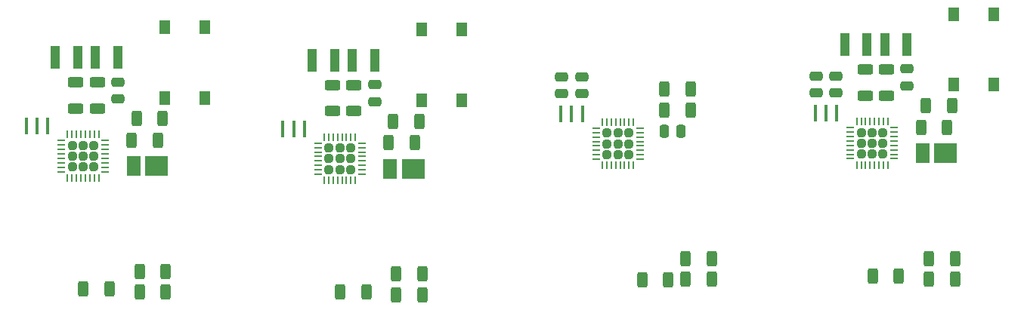
<source format=gbr>
%TF.GenerationSoftware,KiCad,Pcbnew,(6.0.5)*%
%TF.CreationDate,2023-04-25T20:10:58+03:00*%
%TF.ProjectId,AT90USB162,41543930-5553-4423-9136-322e6b696361,rev?*%
%TF.SameCoordinates,Original*%
%TF.FileFunction,Paste,Top*%
%TF.FilePolarity,Positive*%
%FSLAX46Y46*%
G04 Gerber Fmt 4.6, Leading zero omitted, Abs format (unit mm)*
G04 Created by KiCad (PCBNEW (6.0.5)) date 2023-04-25 20:10:58*
%MOMM*%
%LPD*%
G01*
G04 APERTURE LIST*
G04 Aperture macros list*
%AMRoundRect*
0 Rectangle with rounded corners*
0 $1 Rounding radius*
0 $2 $3 $4 $5 $6 $7 $8 $9 X,Y pos of 4 corners*
0 Add a 4 corners polygon primitive as box body*
4,1,4,$2,$3,$4,$5,$6,$7,$8,$9,$2,$3,0*
0 Add four circle primitives for the rounded corners*
1,1,$1+$1,$2,$3*
1,1,$1+$1,$4,$5*
1,1,$1+$1,$6,$7*
1,1,$1+$1,$8,$9*
0 Add four rect primitives between the rounded corners*
20,1,$1+$1,$2,$3,$4,$5,0*
20,1,$1+$1,$4,$5,$6,$7,0*
20,1,$1+$1,$6,$7,$8,$9,0*
20,1,$1+$1,$8,$9,$2,$3,0*%
G04 Aperture macros list end*
%ADD10RoundRect,0.250000X-0.625000X0.312500X-0.625000X-0.312500X0.625000X-0.312500X0.625000X0.312500X0*%
%ADD11R,1.300000X1.550000*%
%ADD12RoundRect,0.250000X-0.312500X-0.625000X0.312500X-0.625000X0.312500X0.625000X-0.312500X0.625000X0*%
%ADD13RoundRect,0.242500X-0.242500X-0.242500X0.242500X-0.242500X0.242500X0.242500X-0.242500X0.242500X0*%
%ADD14RoundRect,0.062500X-0.337500X-0.062500X0.337500X-0.062500X0.337500X0.062500X-0.337500X0.062500X0*%
%ADD15RoundRect,0.062500X-0.062500X-0.337500X0.062500X-0.337500X0.062500X0.337500X-0.062500X0.337500X0*%
%ADD16RoundRect,0.250000X0.475000X-0.250000X0.475000X0.250000X-0.475000X0.250000X-0.475000X-0.250000X0*%
%ADD17R,1.100000X2.500000*%
%ADD18RoundRect,0.250000X0.312500X0.625000X-0.312500X0.625000X-0.312500X-0.625000X0.312500X-0.625000X0*%
%ADD19RoundRect,0.250000X-0.475000X0.250000X-0.475000X-0.250000X0.475000X-0.250000X0.475000X0.250000X0*%
%ADD20RoundRect,0.250000X0.250000X0.475000X-0.250000X0.475000X-0.250000X-0.475000X0.250000X-0.475000X0*%
%ADD21R,0.400000X1.900000*%
%ADD22R,2.500000X2.200000*%
%ADD23R,1.550000X2.200000*%
G04 APERTURE END LIST*
D10*
%TO.C,22R*%
X157500000Y-82718750D03*
X157500000Y-85643750D03*
%TD*%
D11*
%TO.C,RESET*%
X167450000Y-76500000D03*
X167450000Y-84450000D03*
X171950000Y-76500000D03*
X171950000Y-84450000D03*
%TD*%
D12*
%TO.C,100nF*%
X132531500Y-106312000D03*
X135456500Y-106312000D03*
%TD*%
D13*
%TO.C,AT90USB162*%
X129794000Y-91062000D03*
X128594000Y-89862000D03*
X129794000Y-92262000D03*
X130994000Y-92262000D03*
X130994000Y-89862000D03*
X128594000Y-92262000D03*
X130994000Y-91062000D03*
X129794000Y-89862000D03*
X128594000Y-91062000D03*
D14*
X127344000Y-89312000D03*
X127344000Y-89812000D03*
X127344000Y-90312000D03*
X127344000Y-90812000D03*
X127344000Y-91312000D03*
X127344000Y-91812000D03*
X127344000Y-92312000D03*
X127344000Y-92812000D03*
D15*
X128044000Y-93512000D03*
X128544000Y-93512000D03*
X129044000Y-93512000D03*
X129544000Y-93512000D03*
X130044000Y-93512000D03*
X130544000Y-93512000D03*
X131044000Y-93512000D03*
X131544000Y-93512000D03*
D14*
X132244000Y-92812000D03*
X132244000Y-92312000D03*
X132244000Y-91812000D03*
X132244000Y-91312000D03*
X132244000Y-90812000D03*
X132244000Y-90312000D03*
X132244000Y-89812000D03*
X132244000Y-89312000D03*
D15*
X131544000Y-88612000D03*
X131044000Y-88612000D03*
X130544000Y-88612000D03*
X130044000Y-88612000D03*
X129544000Y-88612000D03*
X129044000Y-88612000D03*
X128544000Y-88612000D03*
X128044000Y-88612000D03*
%TD*%
D11*
%TO.C,RESET*%
X79030000Y-85900000D03*
X79030000Y-77950000D03*
X83530000Y-85900000D03*
X83530000Y-77950000D03*
%TD*%
D16*
%TO.C,22pF*%
X152000000Y-85375000D03*
X152000000Y-83475000D03*
%TD*%
D17*
%TO.C,USB_0*%
X155200000Y-79956250D03*
X157700000Y-79956250D03*
X159700000Y-79956250D03*
X162200000Y-79956250D03*
%TD*%
D18*
%TO.C,1K*%
X166687500Y-89225000D03*
X163762500Y-89225000D03*
%TD*%
D19*
%TO.C,1uF*%
X102541500Y-84424500D03*
X102541500Y-86324500D03*
%TD*%
D16*
%TO.C,22pF*%
X125744000Y-85437000D03*
X125744000Y-83537000D03*
%TD*%
D20*
%TO.C,1uF*%
X136869000Y-89637000D03*
X134969000Y-89637000D03*
%TD*%
D21*
%TO.C,16MHz*%
X92266500Y-89399500D03*
X93466500Y-89399500D03*
X94666500Y-89399500D03*
%TD*%
D17*
%TO.C,USB_0*%
X66780000Y-81406250D03*
X69280000Y-81406250D03*
X71280000Y-81406250D03*
X73780000Y-81406250D03*
%TD*%
D21*
%TO.C,16MHz*%
X123419000Y-87712000D03*
X124619000Y-87712000D03*
X125819000Y-87712000D03*
%TD*%
D22*
%TO.C,REF\u002A\u002A*%
X166525000Y-92125000D03*
D23*
X163950000Y-92125000D03*
%TD*%
D12*
%TO.C,100nF*%
X137406500Y-106262000D03*
X140331500Y-106262000D03*
%TD*%
D18*
%TO.C,10K*%
X78792500Y-88225000D03*
X75867500Y-88225000D03*
%TD*%
D10*
%TO.C,22R*%
X100216500Y-84468250D03*
X100216500Y-87393250D03*
%TD*%
D18*
%TO.C,10K*%
X167212500Y-86775000D03*
X164287500Y-86775000D03*
%TD*%
D11*
%TO.C,RESET*%
X107791500Y-78249500D03*
X107791500Y-86199500D03*
X112291500Y-86199500D03*
X112291500Y-78249500D03*
%TD*%
D10*
%TO.C,22R*%
X69080000Y-84168750D03*
X69080000Y-87093750D03*
%TD*%
D18*
%TO.C,22R*%
X137919000Y-87262000D03*
X134994000Y-87262000D03*
%TD*%
D10*
%TO.C,22R*%
X97841500Y-84468250D03*
X97841500Y-87393250D03*
%TD*%
D18*
%TO.C,1K*%
X78267500Y-90675000D03*
X75342500Y-90675000D03*
%TD*%
D12*
%TO.C,10uF*%
X104979000Y-105699500D03*
X107904000Y-105699500D03*
%TD*%
%TO.C,100nF*%
X158337500Y-105925000D03*
X161262500Y-105925000D03*
%TD*%
D10*
%TO.C,22R*%
X159875000Y-82718750D03*
X159875000Y-85643750D03*
%TD*%
D22*
%TO.C,REF\u002A\u002A*%
X78105000Y-93575000D03*
D23*
X75530000Y-93575000D03*
%TD*%
D13*
%TO.C,AT90USB162*%
X157100000Y-92200000D03*
X158300000Y-89800000D03*
X159500000Y-92200000D03*
X158300000Y-92200000D03*
X158300000Y-91000000D03*
X157100000Y-91000000D03*
X157100000Y-89800000D03*
X159500000Y-91000000D03*
X159500000Y-89800000D03*
D14*
X155850000Y-89250000D03*
X155850000Y-89750000D03*
X155850000Y-90250000D03*
X155850000Y-90750000D03*
X155850000Y-91250000D03*
X155850000Y-91750000D03*
X155850000Y-92250000D03*
X155850000Y-92750000D03*
D15*
X156550000Y-93450000D03*
X157050000Y-93450000D03*
X157550000Y-93450000D03*
X158050000Y-93450000D03*
X158550000Y-93450000D03*
X159050000Y-93450000D03*
X159550000Y-93450000D03*
X160050000Y-93450000D03*
D14*
X160750000Y-92750000D03*
X160750000Y-92250000D03*
X160750000Y-91750000D03*
X160750000Y-91250000D03*
X160750000Y-90750000D03*
X160750000Y-90250000D03*
X160750000Y-89750000D03*
X160750000Y-89250000D03*
D15*
X160050000Y-88550000D03*
X159550000Y-88550000D03*
X159050000Y-88550000D03*
X158550000Y-88550000D03*
X158050000Y-88550000D03*
X157550000Y-88550000D03*
X157050000Y-88550000D03*
X156550000Y-88550000D03*
%TD*%
D12*
%TO.C,100nF*%
X164637500Y-106275000D03*
X167562500Y-106275000D03*
%TD*%
D16*
%TO.C,22pF*%
X154250000Y-85375000D03*
X154250000Y-83475000D03*
%TD*%
D12*
%TO.C,100nF*%
X76217500Y-107725000D03*
X79142500Y-107725000D03*
%TD*%
%TO.C,10uF*%
X76217500Y-105400000D03*
X79142500Y-105400000D03*
%TD*%
D18*
%TO.C,22R*%
X137919000Y-84887000D03*
X134994000Y-84887000D03*
%TD*%
D16*
%TO.C,22pF*%
X123494000Y-85437000D03*
X123494000Y-83537000D03*
%TD*%
D12*
%TO.C,100nF*%
X69917500Y-107375000D03*
X72842500Y-107375000D03*
%TD*%
%TO.C,10uF*%
X164637500Y-103950000D03*
X167562500Y-103950000D03*
%TD*%
%TO.C,100nF*%
X98679000Y-107674500D03*
X101604000Y-107674500D03*
%TD*%
D18*
%TO.C,10K*%
X107554000Y-88524500D03*
X104629000Y-88524500D03*
%TD*%
D21*
%TO.C,16MHz*%
X151925000Y-87650000D03*
X153125000Y-87650000D03*
X154325000Y-87650000D03*
%TD*%
D18*
%TO.C,1K*%
X107029000Y-90974500D03*
X104104000Y-90974500D03*
%TD*%
D12*
%TO.C,100nF*%
X104979000Y-108024500D03*
X107904000Y-108024500D03*
%TD*%
D21*
%TO.C,16MHz*%
X63505000Y-89100000D03*
X64705000Y-89100000D03*
X65905000Y-89100000D03*
%TD*%
D10*
%TO.C,22R*%
X71455000Y-84168750D03*
X71455000Y-87093750D03*
%TD*%
D17*
%TO.C,USB_0*%
X95541500Y-81705750D03*
X98041500Y-81705750D03*
X100041500Y-81705750D03*
X102541500Y-81705750D03*
%TD*%
D12*
%TO.C,10uF*%
X137406500Y-103937000D03*
X140331500Y-103937000D03*
%TD*%
D19*
%TO.C,1uF*%
X162200000Y-82675000D03*
X162200000Y-84575000D03*
%TD*%
D22*
%TO.C,REF\u002A\u002A*%
X106866500Y-93874500D03*
D23*
X104291500Y-93874500D03*
%TD*%
D13*
%TO.C,AT90USB162*%
X99841500Y-92749500D03*
X99841500Y-93949500D03*
X97441500Y-92749500D03*
X99841500Y-91549500D03*
X98641500Y-92749500D03*
X97441500Y-91549500D03*
X97441500Y-93949500D03*
X98641500Y-93949500D03*
X98641500Y-91549500D03*
D14*
X96191500Y-90999500D03*
X96191500Y-91499500D03*
X96191500Y-91999500D03*
X96191500Y-92499500D03*
X96191500Y-92999500D03*
X96191500Y-93499500D03*
X96191500Y-93999500D03*
X96191500Y-94499500D03*
D15*
X96891500Y-95199500D03*
X97391500Y-95199500D03*
X97891500Y-95199500D03*
X98391500Y-95199500D03*
X98891500Y-95199500D03*
X99391500Y-95199500D03*
X99891500Y-95199500D03*
X100391500Y-95199500D03*
D14*
X101091500Y-94499500D03*
X101091500Y-93999500D03*
X101091500Y-93499500D03*
X101091500Y-92999500D03*
X101091500Y-92499500D03*
X101091500Y-91999500D03*
X101091500Y-91499500D03*
X101091500Y-90999500D03*
D15*
X100391500Y-90299500D03*
X99891500Y-90299500D03*
X99391500Y-90299500D03*
X98891500Y-90299500D03*
X98391500Y-90299500D03*
X97891500Y-90299500D03*
X97391500Y-90299500D03*
X96891500Y-90299500D03*
%TD*%
D19*
%TO.C,1uF*%
X73780000Y-84125000D03*
X73780000Y-86025000D03*
%TD*%
D13*
%TO.C,AT90USB162*%
X68680000Y-92450000D03*
X71080000Y-93650000D03*
X68680000Y-93650000D03*
X69880000Y-93650000D03*
X71080000Y-92450000D03*
X71080000Y-91250000D03*
X69880000Y-91250000D03*
X68680000Y-91250000D03*
X69880000Y-92450000D03*
D14*
X67430000Y-90700000D03*
X67430000Y-91200000D03*
X67430000Y-91700000D03*
X67430000Y-92200000D03*
X67430000Y-92700000D03*
X67430000Y-93200000D03*
X67430000Y-93700000D03*
X67430000Y-94200000D03*
D15*
X68130000Y-94900000D03*
X68630000Y-94900000D03*
X69130000Y-94900000D03*
X69630000Y-94900000D03*
X70130000Y-94900000D03*
X70630000Y-94900000D03*
X71130000Y-94900000D03*
X71630000Y-94900000D03*
D14*
X72330000Y-94200000D03*
X72330000Y-93700000D03*
X72330000Y-93200000D03*
X72330000Y-92700000D03*
X72330000Y-92200000D03*
X72330000Y-91700000D03*
X72330000Y-91200000D03*
X72330000Y-90700000D03*
D15*
X71630000Y-90000000D03*
X71130000Y-90000000D03*
X70630000Y-90000000D03*
X70130000Y-90000000D03*
X69630000Y-90000000D03*
X69130000Y-90000000D03*
X68630000Y-90000000D03*
X68130000Y-90000000D03*
%TD*%
M02*

</source>
